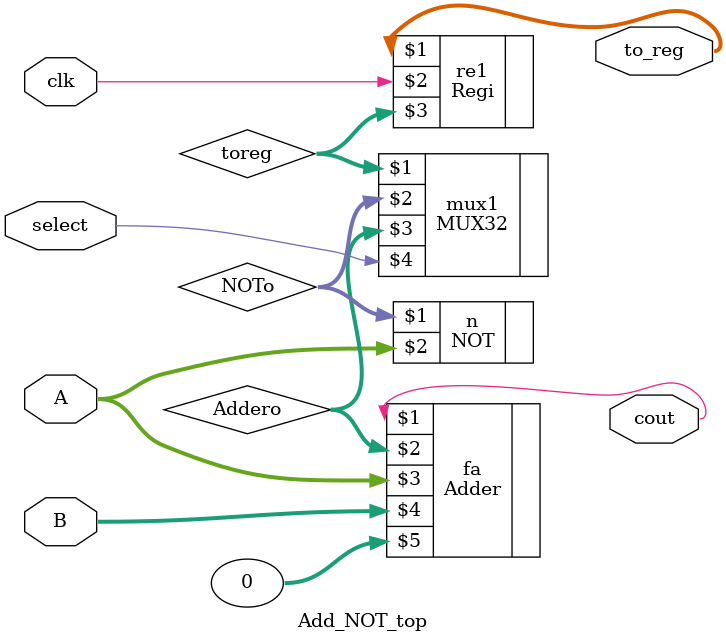
<source format=v>
`timescale 1ns / 1ps


module Add_NOT_top(output cout ,output [31:0]to_reg, input [31:0]A, input [31:0]B, input select, input clk);
    wire [31:0] NOTo;
    wire [31:0] Addero;
    
    NOT n(NOTo, A);
    Adder fa(cout, Addero, A, B , 0);
    
    wire [31:0] toreg;
    MUX32 mux1(toreg, NOTo, Addero, select);
    Regi re1(to_reg, clk, toreg);
endmodule

</source>
